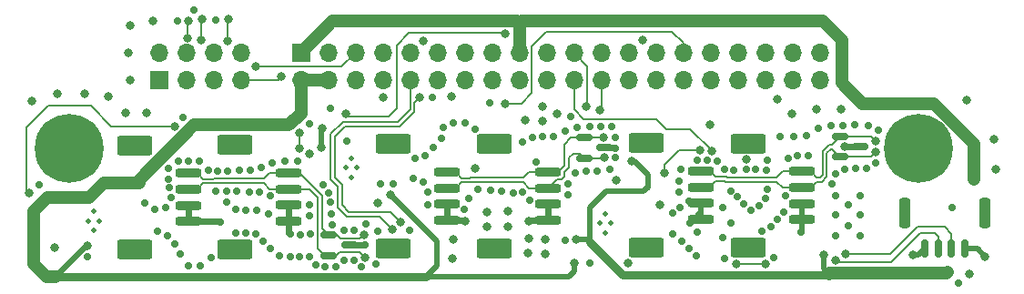
<source format=gbr>
%TF.GenerationSoftware,KiCad,Pcbnew,7.0.8*%
%TF.CreationDate,2024-02-06T22:23:07+01:00*%
%TF.ProjectId,HatV3,48617456-332e-46b6-9963-61645f706362,V2*%
%TF.SameCoordinates,Original*%
%TF.FileFunction,Copper,L4,Bot*%
%TF.FilePolarity,Positive*%
%FSLAX46Y46*%
G04 Gerber Fmt 4.6, Leading zero omitted, Abs format (unit mm)*
G04 Created by KiCad (PCBNEW 7.0.8) date 2024-02-06 22:23:07*
%MOMM*%
%LPD*%
G01*
G04 APERTURE LIST*
G04 Aperture macros list*
%AMRoundRect*
0 Rectangle with rounded corners*
0 $1 Rounding radius*
0 $2 $3 $4 $5 $6 $7 $8 $9 X,Y pos of 4 corners*
0 Add a 4 corners polygon primitive as box body*
4,1,4,$2,$3,$4,$5,$6,$7,$8,$9,$2,$3,0*
0 Add four circle primitives for the rounded corners*
1,1,$1+$1,$2,$3*
1,1,$1+$1,$4,$5*
1,1,$1+$1,$6,$7*
1,1,$1+$1,$8,$9*
0 Add four rect primitives between the rounded corners*
20,1,$1+$1,$2,$3,$4,$5,0*
20,1,$1+$1,$4,$5,$6,$7,0*
20,1,$1+$1,$6,$7,$8,$9,0*
20,1,$1+$1,$8,$9,$2,$3,0*%
G04 Aperture macros list end*
%TA.AperFunction,ComponentPad*%
%ADD10R,1.700000X1.700000*%
%TD*%
%TA.AperFunction,ComponentPad*%
%ADD11O,1.700000X1.700000*%
%TD*%
%TA.AperFunction,ComponentPad*%
%ADD12C,0.500000*%
%TD*%
%TA.AperFunction,ComponentPad*%
%ADD13C,0.800000*%
%TD*%
%TA.AperFunction,ComponentPad*%
%ADD14C,6.400000*%
%TD*%
%TA.AperFunction,SMDPad,CuDef*%
%ADD15RoundRect,0.150000X-0.587500X-0.150000X0.587500X-0.150000X0.587500X0.150000X-0.587500X0.150000X0*%
%TD*%
%TA.AperFunction,SMDPad,CuDef*%
%ADD16RoundRect,0.200000X-1.000000X0.200000X-1.000000X-0.200000X1.000000X-0.200000X1.000000X0.200000X0*%
%TD*%
%TA.AperFunction,SMDPad,CuDef*%
%ADD17RoundRect,0.250000X-1.400000X0.650000X-1.400000X-0.650000X1.400000X-0.650000X1.400000X0.650000X0*%
%TD*%
%TA.AperFunction,SMDPad,CuDef*%
%ADD18RoundRect,0.150000X0.150000X0.700000X-0.150000X0.700000X-0.150000X-0.700000X0.150000X-0.700000X0*%
%TD*%
%TA.AperFunction,SMDPad,CuDef*%
%ADD19RoundRect,0.250000X0.250000X1.150000X-0.250000X1.150000X-0.250000X-1.150000X0.250000X-1.150000X0*%
%TD*%
%TA.AperFunction,ViaPad*%
%ADD20C,0.800000*%
%TD*%
%TA.AperFunction,ViaPad*%
%ADD21C,0.700000*%
%TD*%
%TA.AperFunction,Conductor*%
%ADD22C,0.500000*%
%TD*%
%TA.AperFunction,Conductor*%
%ADD23C,1.200000*%
%TD*%
%TA.AperFunction,Conductor*%
%ADD24C,0.800000*%
%TD*%
%TA.AperFunction,Conductor*%
%ADD25C,0.600000*%
%TD*%
%TA.AperFunction,Conductor*%
%ADD26C,0.200000*%
%TD*%
G04 APERTURE END LIST*
D10*
%TO.P,J5,1,Pin_1*%
%TO.N,+3V3*%
X126970438Y-95045962D03*
D11*
%TO.P,J5,2,Pin_2*%
%TO.N,+5V*%
X126970438Y-97585962D03*
%TO.P,J5,3,Pin_3*%
%TO.N,/I2C_GP5_DAT*%
X129510438Y-95045962D03*
%TO.P,J5,4,Pin_4*%
%TO.N,+5V*%
X129510438Y-97585962D03*
%TO.P,J5,5,Pin_5*%
%TO.N,/I2C_GP5_CLK*%
X132050438Y-95045962D03*
%TO.P,J5,6,Pin_6*%
%TO.N,GND*%
X132050438Y-97585962D03*
%TO.P,J5,7,Pin_7*%
%TO.N,/MCLK05*%
X134590438Y-95045962D03*
%TO.P,J5,8,Pin_8*%
%TO.N,/UART1_TX*%
X134590438Y-97585962D03*
%TO.P,J5,9,Pin_9*%
%TO.N,GND*%
X137130438Y-95045962D03*
%TO.P,J5,10,Pin_10*%
%TO.N,/UART1_RX*%
X137130438Y-97585962D03*
%TO.P,J5,11,Pin_11*%
%TO.N,/UART1_RTS*%
X139670438Y-95045962D03*
%TO.P,J5,12,Pin_12*%
%TO.N,/I2S2_CLK*%
X139670438Y-97585962D03*
%TO.P,J5,13,Pin_13*%
%TO.N,/PWM01*%
X142210438Y-95045962D03*
%TO.P,J5,14,Pin_14*%
%TO.N,GND*%
X142210438Y-97585962D03*
%TO.P,J5,15,Pin_15*%
%TO.N,/GPIO27_PWM2*%
X144750438Y-95045962D03*
%TO.P,J5,16,Pin_16*%
%TO.N,/GPIO8_AO_DMIC_IN_DAT*%
X144750438Y-97585962D03*
%TO.P,J5,17,Pin_17*%
%TO.N,+3V3*%
X147290438Y-95045962D03*
%TO.P,J5,18,Pin_18*%
%TO.N,/GPIO35_PWM3*%
X147290438Y-97585962D03*
%TO.P,J5,19,Pin_19*%
%TO.N,/SPI1_MOSI*%
X149830438Y-95045962D03*
%TO.P,J5,20,Pin_20*%
%TO.N,GND*%
X149830438Y-97585962D03*
%TO.P,J5,21,Pin_21*%
%TO.N,/SPI1_MISO*%
X152370438Y-95045962D03*
%TO.P,J5,22,Pin_22*%
%TO.N,/GPIO17_40HEADER*%
X152370438Y-97585962D03*
%TO.P,J5,23,Pin_23*%
%TO.N,/SPI1_SCK*%
X154910438Y-95045962D03*
%TO.P,J5,24,Pin_24*%
%TO.N,/SPI1_CS0*%
X154910438Y-97585962D03*
%TO.P,J5,25,Pin_25*%
%TO.N,GND*%
X157450438Y-95045962D03*
%TO.P,J5,26,Pin_26*%
%TO.N,/SPI1_CS1*%
X157450438Y-97585962D03*
%TO.P,J5,27,Pin_27*%
%TO.N,/I2C_GP2_DAT*%
X159990438Y-95045962D03*
%TO.P,J5,28,Pin_28*%
%TO.N,/I2C_GP2_CLK*%
X159990438Y-97585962D03*
%TO.P,J5,29,Pin_29*%
%TO.N,/CAN0_DIN*%
X162530438Y-95045962D03*
%TO.P,J5,30,Pin_30*%
%TO.N,GND*%
X162530438Y-97585962D03*
%TO.P,J5,31,Pin_31*%
%TO.N,/CAN0_DOUT*%
X165070438Y-95045962D03*
%TO.P,J5,32,Pin_32*%
%TO.N,/GPIO9_CAN1_GPIO0_DMIC_CLK*%
X165070438Y-97585962D03*
%TO.P,J5,33,Pin_33*%
%TO.N,/CAN1_DOUT*%
X167610438Y-95045962D03*
%TO.P,J5,34,Pin_34*%
%TO.N,GND*%
X167610438Y-97585962D03*
%TO.P,J5,35,Pin_35*%
%TO.N,/I2S_FS*%
X170150438Y-95045962D03*
%TO.P,J5,36,Pin_36*%
%TO.N,/UART1_CTS*%
X170150438Y-97585962D03*
%TO.P,J5,37,Pin_37*%
%TO.N,/CAN1_DIN*%
X172690438Y-95045962D03*
%TO.P,J5,38,Pin_38*%
%TO.N,/I2S_SDIN*%
X172690438Y-97585962D03*
%TO.P,J5,39,Pin_39*%
%TO.N,GND*%
X175230438Y-95045962D03*
%TO.P,J5,40,Pin_40*%
%TO.N,/I2S_SDOUT*%
X175230438Y-97585962D03*
%TD*%
D12*
%TO.P,U1,9,PAD*%
%TO.N,GND*%
X107226422Y-110681222D03*
X107726422Y-109781222D03*
X107726422Y-111581222D03*
X108226422Y-110681222D03*
%TD*%
%TO.P,U7,9,PAD*%
%TO.N,GND*%
X154803978Y-110903578D03*
X155303978Y-110003578D03*
X155303978Y-111803578D03*
X155803978Y-110903578D03*
%TD*%
D13*
%TO.P,H1,1*%
%TO.N,N/C*%
X102980438Y-103923800D03*
X103683382Y-102226744D03*
X103683382Y-105620856D03*
X105380438Y-101523800D03*
D14*
X105380438Y-103923800D03*
D13*
X105380438Y-106323800D03*
X107077494Y-102226744D03*
X107077494Y-105620856D03*
X107780438Y-103923800D03*
%TD*%
D12*
%TO.P,U3,9,PAD*%
%TO.N,GND*%
X131160022Y-105755022D03*
X131660022Y-104855022D03*
X131660022Y-106655022D03*
X132160022Y-105755022D03*
%TD*%
D13*
%TO.P,H2,1*%
%TO.N,N/C*%
X181979438Y-103935962D03*
X182682382Y-102238906D03*
X182682382Y-105633018D03*
X184379438Y-101535962D03*
D14*
X184379438Y-103935962D03*
D13*
X184379438Y-106335962D03*
X186076494Y-102238906D03*
X186076494Y-105633018D03*
X186779438Y-103935962D03*
%TD*%
D15*
%TO.P,U8,1,K1*%
%TO.N,/CAN BUS SPI/CHS-*%
X177134178Y-104735178D03*
%TO.P,U8,2,K2*%
%TO.N,/CAN BUS SPI/CHS+*%
X177134178Y-102835178D03*
%TO.P,U8,3,CC*%
%TO.N,GND*%
X179009178Y-103785178D03*
%TD*%
D16*
%TO.P,J8,1,Pin_1*%
%TO.N,/CAN BUS SPI/CHS+*%
X164177978Y-106041578D03*
%TO.P,J8,2,Pin_2*%
%TO.N,/CAN BUS SPI/CHS-*%
X164177978Y-107541578D03*
%TO.P,J8,3,Pin_3*%
%TO.N,GND*%
X164177978Y-109041578D03*
%TO.P,J8,4,Pin_4*%
X164177978Y-110541578D03*
D17*
%TO.P,J8,MP*%
%TO.N,N/C*%
X159127978Y-103441578D03*
X159127978Y-113141578D03*
%TD*%
D16*
%TO.P,J4,1,Pin_1*%
%TO.N,/CAN BUS 1/CH1+*%
X149976400Y-106131800D03*
%TO.P,J4,2,Pin_2*%
%TO.N,/CAN BUS 1/CH1-*%
X149976400Y-107631800D03*
%TO.P,J4,3,Pin_3*%
%TO.N,GND*%
X149976400Y-109131800D03*
%TO.P,J4,4,Pin_4*%
X149976400Y-110631800D03*
D17*
%TO.P,J4,MP*%
%TO.N,N/C*%
X144926400Y-103531800D03*
X144926400Y-113231800D03*
%TD*%
D16*
%TO.P,J3,1,Pin_1*%
%TO.N,/CAN BUS 1/CH1+*%
X140567422Y-106146222D03*
%TO.P,J3,2,Pin_2*%
%TO.N,/CAN BUS 1/CH1-*%
X140567422Y-107646222D03*
%TO.P,J3,3,Pin_3*%
%TO.N,GND*%
X140567422Y-109146222D03*
%TO.P,J3,4,Pin_4*%
X140567422Y-110646222D03*
D17*
%TO.P,J3,MP*%
%TO.N,N/C*%
X135517422Y-103546222D03*
X135517422Y-113246222D03*
%TD*%
D10*
%TO.P,J6,1,Pin_1*%
%TO.N,GND*%
X113818238Y-97585962D03*
D11*
%TO.P,J6,2,Pin_2*%
%TO.N,/I2C_GP5_DAT*%
X113818238Y-95045962D03*
%TO.P,J6,3,Pin_3*%
%TO.N,/I2C_GP5_CLK*%
X116358238Y-97585962D03*
%TO.P,J6,4,Pin_4*%
%TO.N,/PWM01*%
X116358238Y-95045962D03*
%TO.P,J6,5,Pin_5*%
%TO.N,/GPIO27_PWM2*%
X118898238Y-97585962D03*
%TO.P,J6,6,Pin_6*%
%TO.N,/GPIO35_PWM3*%
X118898238Y-95045962D03*
%TO.P,J6,7,Pin_7*%
%TO.N,/GPIO8_AO_DMIC_IN_DAT*%
X121438238Y-97585962D03*
%TO.P,J6,8,Pin_8*%
%TO.N,GND*%
X121438238Y-95045962D03*
%TD*%
D18*
%TO.P,J7,1,Pin_1*%
%TO.N,GND*%
X188747400Y-113272400D03*
%TO.P,J7,2,Pin_2*%
%TO.N,/RS232 to UART/RIN1*%
X187497400Y-113272400D03*
%TO.P,J7,3,Pin_3*%
%TO.N,/RS232 to UART/DOUT1*%
X186247400Y-113272400D03*
%TO.P,J7,4,Pin_4*%
%TO.N,GND*%
X184997400Y-113272400D03*
D19*
%TO.P,J7,MP*%
%TO.N,N/C*%
X190597400Y-109922400D03*
X183147400Y-109922400D03*
%TD*%
D15*
%TO.P,U4,1,K1*%
%TO.N,/CAN BUS 1/CH1-*%
X153314400Y-104846200D03*
%TO.P,U4,2,K2*%
%TO.N,/CAN BUS 1/CH1+*%
X153314400Y-102946200D03*
%TO.P,U4,3,CC*%
%TO.N,GND*%
X155189400Y-103896200D03*
%TD*%
D16*
%TO.P,J9,1,Pin_1*%
%TO.N,/CAN BUS SPI/CHS+*%
X173594578Y-106081378D03*
%TO.P,J9,2,Pin_2*%
%TO.N,/CAN BUS SPI/CHS-*%
X173594578Y-107581378D03*
%TO.P,J9,3,Pin_3*%
%TO.N,GND*%
X173594578Y-109081378D03*
%TO.P,J9,4,Pin_4*%
X173594578Y-110581378D03*
D17*
%TO.P,J9,MP*%
%TO.N,N/C*%
X168544578Y-103481378D03*
X168544578Y-113181378D03*
%TD*%
D15*
%TO.P,U2,1,K1*%
%TO.N,/CAN BUS 0/CH0-*%
X129579822Y-113903022D03*
%TO.P,U2,2,K2*%
%TO.N,/CAN BUS 0/CH0+*%
X129579822Y-112003022D03*
%TO.P,U2,3,CC*%
%TO.N,GND*%
X131454822Y-112953022D03*
%TD*%
D16*
%TO.P,J2,1,Pin_1*%
%TO.N,/CAN BUS 0/CH0+*%
X125852822Y-106222422D03*
%TO.P,J2,2,Pin_2*%
%TO.N,/CAN BUS 0/CH0-*%
X125852822Y-107722422D03*
%TO.P,J2,3,Pin_3*%
%TO.N,GND*%
X125852822Y-109222422D03*
%TO.P,J2,4,Pin_4*%
X125852822Y-110722422D03*
D17*
%TO.P,J2,MP*%
%TO.N,N/C*%
X120802822Y-103622422D03*
X120802822Y-113322422D03*
%TD*%
D16*
%TO.P,J1,1,Pin_1*%
%TO.N,/CAN BUS 0/CH0+*%
X116547022Y-106246822D03*
%TO.P,J1,2,Pin_2*%
%TO.N,/CAN BUS 0/CH0-*%
X116547022Y-107746822D03*
%TO.P,J1,3,Pin_3*%
%TO.N,GND*%
X116547022Y-109246822D03*
%TO.P,J1,4,Pin_4*%
X116547022Y-110746822D03*
D17*
%TO.P,J1,MP*%
%TO.N,N/C*%
X111497022Y-103646822D03*
X111497022Y-113346822D03*
%TD*%
D20*
%TO.N,+5V*%
X135280400Y-108229400D03*
X152425400Y-114597500D03*
X107137200Y-112979200D03*
D21*
%TO.N,GND*%
X143459200Y-107731300D03*
X116535200Y-105105200D03*
D20*
X127787400Y-104419400D03*
X109067600Y-99085400D03*
D21*
X132918200Y-112953800D03*
X162128200Y-106959400D03*
X139217400Y-99212400D03*
D20*
X157361254Y-114597500D03*
D21*
X163068000Y-108864400D03*
X114655600Y-105765600D03*
X142265400Y-101574600D03*
X166395400Y-114198400D03*
X134391400Y-107213400D03*
X129743200Y-108966000D03*
X153847800Y-101904800D03*
X115595400Y-105105200D03*
D20*
X147828000Y-101295200D03*
D21*
X180441600Y-105308400D03*
X129768600Y-110007400D03*
X119202200Y-106070400D03*
X175107600Y-102082600D03*
X128346200Y-114757200D03*
X171907200Y-109829600D03*
X122809000Y-111912400D03*
X167563800Y-108458000D03*
D20*
X149453600Y-100076000D03*
D21*
X118338600Y-105968800D03*
X177368200Y-101803200D03*
X124155200Y-108371922D03*
X113614200Y-111683800D03*
X168173400Y-109067600D03*
X177876200Y-109194600D03*
D20*
X111048800Y-97561400D03*
D21*
X102641400Y-107340400D03*
X166928800Y-107899200D03*
D20*
X171297600Y-99364800D03*
D21*
X176301400Y-101828600D03*
X132609926Y-114943815D03*
X152044400Y-100990400D03*
X143154400Y-102158800D03*
D20*
X134086600Y-109000303D03*
D21*
X127787400Y-114020600D03*
X115468400Y-92100400D03*
X127787400Y-101625400D03*
X163093400Y-113233200D03*
X124968000Y-113919000D03*
X116484400Y-114833400D03*
D20*
X191465200Y-103124000D03*
D21*
X124307600Y-105257600D03*
X130962400Y-111556800D03*
X178587400Y-105841800D03*
X163195000Y-110871000D03*
D20*
X189128400Y-115595400D03*
D21*
X151815800Y-107238800D03*
X151587200Y-102362000D03*
D20*
X149656800Y-113741200D03*
D21*
X113334800Y-109575600D03*
D20*
X140995400Y-99085400D03*
D21*
X170357478Y-105079800D03*
X147599400Y-103327200D03*
X176326800Y-107264200D03*
X119024400Y-91973400D03*
X173177200Y-104648000D03*
X131902200Y-114325400D03*
X172059600Y-108381800D03*
X114376200Y-109448600D03*
X142595600Y-108585000D03*
X138506200Y-104622600D03*
X134137400Y-111658400D03*
X176682400Y-106349800D03*
X121031000Y-107950000D03*
X153822400Y-114579400D03*
D20*
X172643800Y-100761800D03*
D21*
X179019200Y-110159800D03*
X114630200Y-106781600D03*
D20*
X142265400Y-110693200D03*
D21*
X137058400Y-111531400D03*
X127787400Y-110185200D03*
X140055600Y-103047800D03*
X125476000Y-105130600D03*
D20*
X158724600Y-93827600D03*
X144297400Y-109829600D03*
D21*
X114858800Y-108534200D03*
X170662600Y-111201200D03*
X121818400Y-111785400D03*
X114528600Y-112090200D03*
X131216400Y-103301800D03*
X177546000Y-105867200D03*
X173964600Y-102793800D03*
X173507400Y-111734600D03*
X142189200Y-109601000D03*
D20*
X191592200Y-105918000D03*
D21*
X119024400Y-107950000D03*
X147574000Y-108026200D03*
D20*
X177190400Y-100279200D03*
D21*
X129007814Y-107290522D03*
X176733200Y-108356400D03*
X126644400Y-105156000D03*
X120904000Y-109626400D03*
X166344600Y-105867200D03*
D20*
X148082000Y-113665000D03*
D21*
X126949200Y-111963200D03*
X166243000Y-112268000D03*
D20*
X112623600Y-100660200D03*
D21*
X130962400Y-114325400D03*
D20*
X160324800Y-109169200D03*
X110896400Y-95046800D03*
X168402000Y-104980878D03*
D21*
X120065800Y-108915200D03*
X152679400Y-102006400D03*
X148818600Y-105181400D03*
X130200400Y-114960400D03*
D20*
X177571400Y-103809800D03*
D21*
X138785600Y-108026200D03*
X139242800Y-103886000D03*
X165735000Y-105130600D03*
X144551400Y-99720400D03*
X117627400Y-114884200D03*
X188112400Y-116484400D03*
X162179000Y-107975400D03*
X174167800Y-104622600D03*
D20*
X113233200Y-92100400D03*
D21*
X137566400Y-104876600D03*
X155702000Y-105867200D03*
D20*
X148132800Y-110744000D03*
D21*
X156210000Y-104775000D03*
X126009400Y-111937800D03*
D20*
X106832400Y-98882200D03*
D21*
X166192200Y-109448600D03*
D20*
X101955600Y-99517200D03*
D21*
X176682400Y-110159800D03*
D20*
X174955200Y-100304600D03*
D21*
X138328400Y-107086400D03*
X161544000Y-109956600D03*
X133934200Y-114681000D03*
X148285200Y-108762800D03*
X137439400Y-106756200D03*
X156210000Y-103911400D03*
X148488400Y-102895400D03*
X114706400Y-107619800D03*
X107137200Y-114020600D03*
X170357478Y-107746800D03*
X131953000Y-111582200D03*
X169849800Y-111683800D03*
X166928800Y-110921800D03*
X169291000Y-105918000D03*
X123291600Y-105740200D03*
X121234200Y-105994200D03*
X177850800Y-111150400D03*
X120167400Y-106019600D03*
X178993800Y-112064800D03*
X163855400Y-111709200D03*
X115773200Y-113766600D03*
X168859200Y-109728000D03*
D20*
X150774400Y-100736400D03*
X190627000Y-114020600D03*
D21*
X122301000Y-105968800D03*
D20*
X141097000Y-114173000D03*
D21*
X123113800Y-107975400D03*
X168376600Y-105867200D03*
X135534400Y-107213400D03*
X118592600Y-114096800D03*
X163830000Y-105079800D03*
X164795200Y-105054400D03*
D20*
X144297400Y-111252000D03*
D21*
X176733200Y-112090200D03*
D20*
X104317800Y-98882200D03*
D21*
X150495000Y-102819200D03*
X171297600Y-110540800D03*
X172262800Y-104876600D03*
X116006543Y-101020543D03*
D20*
X183921400Y-113868200D03*
D21*
X122885200Y-109728000D03*
X151841200Y-108254800D03*
X141173200Y-101549200D03*
X180695600Y-102285800D03*
X179603400Y-105841800D03*
X127889000Y-111937800D03*
X129692400Y-100228400D03*
X178511200Y-101777800D03*
X121869200Y-109702600D03*
X146735800Y-108051600D03*
X153466800Y-106045000D03*
X124129800Y-113284000D03*
X156210000Y-102920800D03*
X122148600Y-107975400D03*
D20*
X149656800Y-112369600D03*
D21*
X152450800Y-106248200D03*
X155879800Y-101930200D03*
D20*
X156286200Y-106883200D03*
D21*
X126009400Y-114020600D03*
X123418600Y-112598200D03*
X170307000Y-105968800D03*
D20*
X148132800Y-112318800D03*
X110667800Y-100634800D03*
D21*
X145643600Y-107924600D03*
X162229800Y-109448600D03*
D20*
X104038400Y-113131600D03*
D21*
X138811000Y-109220000D03*
X116992400Y-91084400D03*
D20*
X141122400Y-112369600D03*
D21*
X169595800Y-109245400D03*
D20*
X111074200Y-92532200D03*
D21*
X167259000Y-105943400D03*
X154838400Y-101904800D03*
X163982400Y-110134400D03*
D20*
X188899800Y-99466400D03*
D21*
X127762000Y-109220000D03*
D20*
X134594600Y-99212400D03*
X138328400Y-93980000D03*
D21*
X123977400Y-110058200D03*
X120065800Y-107924600D03*
X161518600Y-111937800D03*
X170967400Y-114071400D03*
X187528200Y-109423200D03*
X144576800Y-107873800D03*
X162356800Y-112547400D03*
X170205400Y-108585000D03*
X179019200Y-108356400D03*
X151587200Y-112486000D03*
X126847600Y-114020600D03*
X120929400Y-111785400D03*
D20*
X146253200Y-109778800D03*
D21*
X119481600Y-110769400D03*
X129870200Y-111048800D03*
D20*
X165023800Y-101727000D03*
D21*
X117500400Y-105156000D03*
X163728400Y-113919000D03*
X149479000Y-102819200D03*
X154533600Y-106019600D03*
D20*
X149453600Y-101422200D03*
D21*
X115239800Y-112852200D03*
X179781200Y-101803200D03*
X133045200Y-110947200D03*
D20*
X146202400Y-111226600D03*
D21*
X112445800Y-109042200D03*
X162280600Y-105892600D03*
X129235200Y-114960400D03*
X140233400Y-101955600D03*
X129565400Y-108077000D03*
X172821600Y-102819200D03*
X171526200Y-102819200D03*
D20*
X143154400Y-105841800D03*
%TO.N,+3V3*%
X185929396Y-115571396D03*
X189585600Y-105562400D03*
X152577800Y-112445800D03*
X157708600Y-105130600D03*
X175590200Y-113842800D03*
X189585600Y-106807000D03*
X128905000Y-103880700D03*
X128930400Y-102081700D03*
X187121800Y-115493800D03*
%TO.N,/I2C_GP5_CLK*%
X122809000Y-96342200D03*
%TO.N,/UART1_TX*%
X137972800Y-99237800D03*
X136271000Y-110820200D03*
%TO.N,/UART1_RX*%
X135458200Y-111455200D03*
%TO.N,/PWM01*%
X116509800Y-92100400D03*
X116382800Y-93726000D03*
%TO.N,/GPIO27_PWM2*%
X117729000Y-93853000D03*
X117805200Y-91926500D03*
%TO.N,/GPIO8_AO_DMIC_IN_DAT*%
X125171200Y-97282000D03*
%TO.N,/GPIO35_PWM3*%
X120142000Y-93980000D03*
X120272110Y-91926500D03*
%TO.N,/SPI1_MISO*%
X153466800Y-100025200D03*
%TO.N,/GPIO17_40HEADER*%
X165160393Y-104177936D03*
%TO.N,/SPI1_CS0*%
X154787600Y-100419900D03*
%TO.N,/CAN0_DIN*%
X145999200Y-99771200D03*
X101650800Y-108102400D03*
X115229452Y-101869052D03*
%TO.N,/CAN0_DOUT*%
X131114800Y-100711000D03*
X126873000Y-103962200D03*
X126873000Y-102463600D03*
X145999200Y-93299900D03*
%TO.N,/CAN1_DIN*%
X170197927Y-114712516D03*
X167436800Y-114680878D03*
%TO.N,/RS232 to UART/RIN1*%
X177673000Y-113792000D03*
%TO.N,/RS232 to UART/DOUT1*%
X176682400Y-114325400D03*
%TO.N,/CAN BUS SPI/CHS-*%
X180448393Y-104271185D03*
%TO.N,/CAN BUS SPI/CHS+*%
X180448393Y-103271185D03*
%TO.N,/CAN BUS SPI/RDX_SPI*%
X160756600Y-106248200D03*
X164109400Y-104089200D03*
%TO.N,/CAN BUS 0/CH0+*%
X132856422Y-111952222D03*
%TO.N,/CAN BUS 0/CH0-*%
X132958022Y-114060422D03*
%TO.N,/CAN BUS 1/CH1+*%
X155143200Y-102946200D03*
%TO.N,/CAN BUS 1/CH1-*%
X155168600Y-104795700D03*
%TD*%
D22*
%TO.N,+5V*%
X107047229Y-112979200D02*
X104175600Y-115850829D01*
D23*
X126970438Y-100715162D02*
X126970438Y-97585962D01*
X111915097Y-107162600D02*
X111915097Y-106879757D01*
X104175600Y-115910400D02*
X103337400Y-115910400D01*
D22*
X152425400Y-114597500D02*
X152425400Y-115392200D01*
X139649200Y-114884200D02*
X138623000Y-115910400D01*
X139649200Y-112598200D02*
X139649200Y-114884200D01*
D23*
X125861743Y-101777800D02*
X126375943Y-101263600D01*
X103337400Y-115910400D02*
X102082600Y-114655600D01*
D22*
X151917400Y-115900200D02*
X138633200Y-115900200D01*
X152425400Y-115392200D02*
X151917400Y-115900200D01*
D24*
X138623000Y-115910400D02*
X104175600Y-115910400D01*
D23*
X126970438Y-97585962D02*
X129510438Y-97585962D01*
X107272386Y-108483400D02*
X108593186Y-107162600D01*
D22*
X138633200Y-115900200D02*
X138623000Y-115910400D01*
D23*
X111915097Y-106879757D02*
X117017054Y-101777800D01*
X126422000Y-101263600D02*
X126970438Y-100715162D01*
D22*
X104175600Y-115850829D02*
X104175600Y-115910400D01*
X107137200Y-112979200D02*
X107047229Y-112979200D01*
D23*
X102082600Y-109804200D02*
X103403400Y-108483400D01*
D22*
X135280400Y-108229400D02*
X139649200Y-112598200D01*
D23*
X108593186Y-107162600D02*
X111915097Y-107162600D01*
X126375943Y-101263600D02*
X126422000Y-101263600D01*
X103403400Y-108483400D02*
X107272386Y-108483400D01*
X102082600Y-114655600D02*
X102082600Y-109804200D01*
X117017054Y-101777800D02*
X125861743Y-101777800D01*
D25*
%TO.N,GND*%
X179009178Y-103785178D02*
X177596022Y-103785178D01*
D22*
X173594578Y-110581378D02*
X173594578Y-111647422D01*
D25*
X142218422Y-110646222D02*
X142265400Y-110693200D01*
D22*
X173594578Y-111647422D02*
X173507400Y-111734600D01*
D25*
X155189400Y-103896200D02*
X156194800Y-103896200D01*
X177596022Y-103785178D02*
X177571400Y-103809800D01*
X149976400Y-110631800D02*
X148245000Y-110631800D01*
X140567422Y-109146222D02*
X140567422Y-110646222D01*
X116547022Y-110746822D02*
X119459022Y-110746822D01*
D22*
X164177978Y-110329978D02*
X163982400Y-110134400D01*
D25*
X119459022Y-110746822D02*
X119481600Y-110769400D01*
X156194800Y-103896200D02*
X156210000Y-103911400D01*
X131454822Y-112953022D02*
X132917422Y-112953022D01*
X125852822Y-110722422D02*
X125852822Y-111781222D01*
X149976400Y-109131800D02*
X149976400Y-110631800D01*
X125852822Y-111781222D02*
X126009400Y-111937800D01*
D22*
X188747400Y-113272400D02*
X189878800Y-113272400D01*
D25*
X125852822Y-109222422D02*
X125852822Y-110722422D01*
X116547022Y-109246822D02*
X116547022Y-110746822D01*
D22*
X164177978Y-110541578D02*
X164177978Y-110329978D01*
X183921400Y-113868200D02*
X184401600Y-113868200D01*
X164177978Y-109041578D02*
X164177978Y-110541578D01*
D25*
X140567422Y-110646222D02*
X142218422Y-110646222D01*
D22*
X189878800Y-113272400D02*
X190627000Y-114020600D01*
D25*
X148245000Y-110631800D02*
X148132800Y-110744000D01*
X132917422Y-112953022D02*
X132918200Y-112953800D01*
D22*
X184401600Y-113868200D02*
X184997400Y-113272400D01*
X173594578Y-109081378D02*
X173594578Y-110581378D01*
%TO.N,+3V3*%
X159105600Y-107696000D02*
X159258000Y-107543600D01*
X157708600Y-105130600D02*
X158013400Y-105130600D01*
D23*
X177292000Y-97866200D02*
X179197000Y-99771200D01*
X177292000Y-93853000D02*
X177292000Y-97866200D01*
X189585600Y-105562400D02*
X189585600Y-106807000D01*
D22*
X153822400Y-109448600D02*
X155346400Y-107924600D01*
X175590200Y-115112800D02*
X176098200Y-115620800D01*
D23*
X147070600Y-92100400D02*
X147294600Y-92324400D01*
D22*
X128905000Y-102107100D02*
X128930400Y-102081700D01*
D23*
X189585600Y-103485268D02*
X189585600Y-105562400D01*
X175539400Y-92100400D02*
X177292000Y-93853000D01*
D22*
X155346400Y-107924600D02*
X158877000Y-107924600D01*
D24*
X156911316Y-115712516D02*
X153822400Y-112623600D01*
D23*
X147294600Y-92324400D02*
X147518600Y-92100400D01*
D22*
X128905000Y-103880700D02*
X128905000Y-102107100D01*
X153644600Y-112445800D02*
X153822400Y-112623600D01*
X152577800Y-112445800D02*
X153644600Y-112445800D01*
D23*
X185871532Y-99771200D02*
X189585600Y-103485268D01*
D22*
X153822400Y-112623600D02*
X153822400Y-109448600D01*
X158013400Y-105130600D02*
X159258000Y-106375200D01*
X159258000Y-107543600D02*
X159258000Y-106375200D01*
D23*
X179197000Y-99771200D02*
X185871532Y-99771200D01*
D22*
X175590200Y-113842800D02*
X175590200Y-115112800D01*
D23*
X187045600Y-115570000D02*
X176149000Y-115570000D01*
D24*
X176006484Y-115712516D02*
X156911316Y-115712516D01*
D23*
X147518600Y-92100400D02*
X175539400Y-92100400D01*
X176149000Y-115570000D02*
X176098200Y-115620800D01*
X187121800Y-115493800D02*
X187045600Y-115570000D01*
X147290438Y-95045962D02*
X147290438Y-92328562D01*
D22*
X158877000Y-107924600D02*
X159105600Y-107696000D01*
D23*
X147290438Y-92328562D02*
X147294600Y-92324400D01*
D24*
X176006484Y-115712516D02*
X176098200Y-115620800D01*
D23*
X126970438Y-95045962D02*
X129916000Y-92100400D01*
X129916000Y-92100400D02*
X147070600Y-92100400D01*
D26*
%TO.N,/I2C_GP5_CLK*%
X122809000Y-96342200D02*
X130754200Y-96342200D01*
X130754200Y-96342200D02*
X132050438Y-95045962D01*
%TO.N,/UART1_TX*%
X131445000Y-109829600D02*
X130793200Y-109177800D01*
X131038600Y-101930200D02*
X136144000Y-101930200D01*
X130793200Y-107316714D02*
X130149600Y-106673114D01*
X137541000Y-99669600D02*
X137972800Y-99237800D01*
X130149600Y-106673114D02*
X130149600Y-102819200D01*
X137541000Y-100533200D02*
X137541000Y-99669600D01*
X130793200Y-107492800D02*
X130793200Y-107316714D01*
X136144000Y-101930200D02*
X137541000Y-100533200D01*
X130793200Y-109177800D02*
X130793200Y-107492800D01*
X135280400Y-109829600D02*
X131445000Y-109829600D01*
X130149600Y-102819200D02*
X131038600Y-101930200D01*
X136271000Y-110820200D02*
X135280400Y-109829600D01*
%TO.N,/UART1_RX*%
X135966200Y-101473000D02*
X137130438Y-100308762D01*
X130393200Y-107482400D02*
X129743200Y-106832400D01*
X130352800Y-109423200D02*
X130393200Y-109382800D01*
X130393200Y-109382800D02*
X130393200Y-107482400D01*
X137130438Y-100308762D02*
X137130438Y-97585962D01*
X134300200Y-110297200D02*
X131226800Y-110297200D01*
X131226800Y-110297200D02*
X130352800Y-109423200D01*
X135458200Y-111455200D02*
X134300200Y-110297200D01*
X129743200Y-106832400D02*
X129743200Y-102616000D01*
X129743200Y-102616000D02*
X130886200Y-101473000D01*
X130886200Y-101473000D02*
X135966200Y-101473000D01*
%TO.N,/PWM01*%
X116509800Y-92100400D02*
X116382800Y-92227400D01*
X116382800Y-92227400D02*
X116382800Y-93726000D01*
%TO.N,/GPIO27_PWM2*%
X117805200Y-91926500D02*
X117729000Y-92002700D01*
X117729000Y-92002700D02*
X117729000Y-93853000D01*
%TO.N,/GPIO8_AO_DMIC_IN_DAT*%
X121438238Y-97585962D02*
X124867238Y-97585962D01*
X124867238Y-97585962D02*
X125171200Y-97282000D01*
%TO.N,/GPIO35_PWM3*%
X120142000Y-92056610D02*
X120272110Y-91926500D01*
X120142000Y-93980000D02*
X120142000Y-92056610D01*
%TO.N,/SPI1_MISO*%
X153619200Y-99872800D02*
X153619200Y-96294724D01*
X153466800Y-100025200D02*
X153619200Y-99872800D01*
X153619200Y-96294724D02*
X152370438Y-95045962D01*
%TO.N,/GPIO17_40HEADER*%
X160985200Y-102184200D02*
X160020000Y-101219000D01*
X165160393Y-104150243D02*
X163194350Y-102184200D01*
X160020000Y-101219000D02*
X153289000Y-101219000D01*
X152370438Y-100300438D02*
X152370438Y-97585962D01*
X153289000Y-101219000D02*
X152370438Y-100300438D01*
X165160393Y-104177936D02*
X165160393Y-104150243D01*
X163194350Y-102184200D02*
X160985200Y-102184200D01*
%TO.N,/SPI1_CS0*%
X154910438Y-100297062D02*
X154910438Y-97585962D01*
X154787600Y-100419900D02*
X154910438Y-100297062D01*
%TO.N,/CAN0_DIN*%
X162530438Y-94153638D02*
X161467800Y-93091000D01*
X101422200Y-107873800D02*
X101650800Y-108102400D01*
X109336652Y-101869052D02*
X107467400Y-99999800D01*
X107467400Y-99999800D02*
X103428800Y-99999800D01*
X149783800Y-93091000D02*
X148440438Y-94434362D01*
X148440438Y-98803162D02*
X147472400Y-99771200D01*
X103428800Y-99999800D02*
X101422200Y-102006400D01*
X101422200Y-102006400D02*
X101422200Y-107873800D01*
X161467800Y-93091000D02*
X149783800Y-93091000D01*
X162530438Y-95045962D02*
X162530438Y-94153638D01*
X115229452Y-101869052D02*
X109336652Y-101869052D01*
X147472400Y-99771200D02*
X145999200Y-99771200D01*
X148440438Y-94434362D02*
X148440438Y-98803162D01*
%TO.N,/CAN0_DOUT*%
X126873000Y-103962200D02*
X126873000Y-102463600D01*
X137026600Y-93224400D02*
X135864600Y-94386400D01*
X135864600Y-100253800D02*
X135102600Y-101015800D01*
X135864600Y-94386400D02*
X135864600Y-100253800D01*
X131419600Y-101015800D02*
X131114800Y-100711000D01*
X145999200Y-93299900D02*
X145923700Y-93224400D01*
X145923700Y-93224400D02*
X137026600Y-93224400D01*
X135102600Y-101015800D02*
X131419600Y-101015800D01*
%TO.N,/CAN1_DIN*%
X170166289Y-114680878D02*
X167436800Y-114680878D01*
X170197927Y-114712516D02*
X170166289Y-114680878D01*
%TO.N,/RS232 to UART/RIN1*%
X186842400Y-111226600D02*
X187497400Y-111881600D01*
X187497400Y-111881600D02*
X187497400Y-113272400D01*
X177673000Y-113792000D02*
X181787800Y-113792000D01*
X184353200Y-111226600D02*
X186842400Y-111226600D01*
X181787800Y-113792000D02*
X184353200Y-111226600D01*
%TO.N,/RS232 to UART/DOUT1*%
X176682400Y-114325400D02*
X176885600Y-114528600D01*
X181838600Y-114528600D02*
X184556400Y-111810800D01*
X185928000Y-111810800D02*
X186247400Y-112130200D01*
X186247400Y-112130200D02*
X186247400Y-113272400D01*
X184556400Y-111810800D02*
X185928000Y-111810800D01*
X176885600Y-114528600D02*
X181838600Y-114528600D01*
%TO.N,/CAN BUS SPI/CHS-*%
X174394578Y-107581378D02*
X173594578Y-107581378D01*
X175394666Y-107031378D02*
X174944578Y-107031378D01*
X174944578Y-107031378D02*
X174394578Y-107581378D01*
X171244577Y-107031378D02*
X166445528Y-107031378D01*
X179984400Y-104735178D02*
X180448393Y-104271185D01*
X177134178Y-104735178D02*
X176384178Y-103985178D01*
X165527978Y-106991578D02*
X164977978Y-107541578D01*
X177134178Y-104735178D02*
X179984400Y-104735178D01*
X176246721Y-103985178D02*
X175891800Y-104340099D01*
X173594578Y-107581378D02*
X171794577Y-107581378D01*
X175891800Y-104340099D02*
X175891800Y-106534244D01*
X166445528Y-107031378D02*
X166405728Y-106991578D01*
X171794577Y-107581378D02*
X171244577Y-107031378D01*
X176384178Y-103985178D02*
X176246721Y-103985178D01*
X164977978Y-107541578D02*
X164177978Y-107541578D01*
X166405728Y-106991578D02*
X165527978Y-106991578D01*
X175891800Y-106534244D02*
X175394666Y-107031378D01*
%TO.N,/CAN BUS SPI/CHS+*%
X176081033Y-103585178D02*
X175491800Y-104174411D01*
X177134178Y-102835178D02*
X180012386Y-102835178D01*
X171244577Y-106631378D02*
X166598600Y-106631378D01*
X165527978Y-106591578D02*
X164977978Y-106041578D01*
X180012386Y-102835178D02*
X180448393Y-103271185D01*
X174944578Y-106631378D02*
X174394578Y-106081378D01*
X177134178Y-102835178D02*
X176384178Y-103585178D01*
X173594578Y-106081378D02*
X171794577Y-106081378D01*
X174394578Y-106081378D02*
X173594578Y-106081378D01*
X166558800Y-106591578D02*
X165527978Y-106591578D01*
X166598600Y-106631378D02*
X166558800Y-106591578D01*
X171794577Y-106081378D02*
X171244577Y-106631378D01*
X175228978Y-106631378D02*
X174944578Y-106631378D01*
X176384178Y-103585178D02*
X176081033Y-103585178D01*
X175491800Y-104174411D02*
X175491800Y-106368556D01*
X175491800Y-106368556D02*
X175228978Y-106631378D01*
X164977978Y-106041578D02*
X164177978Y-106041578D01*
%TO.N,/CAN BUS SPI/RDX_SPI*%
X164109400Y-104089200D02*
X162102800Y-104089200D01*
X162102800Y-104089200D02*
X160756600Y-105435400D01*
X160756600Y-105435400D02*
X160756600Y-106248200D01*
%TO.N,/CAN BUS 0/CH0+*%
X124052821Y-106222422D02*
X123502821Y-106772422D01*
X132455622Y-112353022D02*
X130680926Y-112353022D01*
X130680926Y-112353022D02*
X130330926Y-112003022D01*
X128942322Y-108368322D02*
X126796422Y-106222422D01*
X117897022Y-106796822D02*
X117347022Y-106246822D01*
X126796422Y-106222422D02*
X125852822Y-106222422D01*
X132856422Y-111952222D02*
X132455622Y-112353022D01*
X129579822Y-112003022D02*
X128942322Y-111365522D01*
X123502821Y-106772422D02*
X118860350Y-106772422D01*
X117347022Y-106246822D02*
X116547022Y-106246822D01*
X118835950Y-106796822D02*
X117897022Y-106796822D01*
X118860350Y-106772422D02*
X118835950Y-106796822D01*
X125852822Y-106222422D02*
X124052821Y-106222422D01*
X130330926Y-112003022D02*
X129579822Y-112003022D01*
X128942322Y-111365522D02*
X128942322Y-108368322D01*
%TO.N,/CAN BUS 0/CH0-*%
X127730736Y-107722422D02*
X125852822Y-107722422D01*
X125852822Y-107722422D02*
X124052821Y-107722422D01*
X129219222Y-113903022D02*
X128542322Y-113226122D01*
X132958022Y-114060422D02*
X132450622Y-113553022D01*
X124052821Y-107722422D02*
X123502821Y-107172422D01*
X123502821Y-107172422D02*
X119013422Y-107172422D01*
X130595222Y-113553022D02*
X130245222Y-113903022D01*
X128542322Y-108534008D02*
X127730736Y-107722422D01*
X130245222Y-113903022D02*
X129579822Y-113903022D01*
X129579822Y-113903022D02*
X129219222Y-113903022D01*
X117347022Y-107746822D02*
X116547022Y-107746822D01*
X132450622Y-113553022D02*
X130595222Y-113553022D01*
X117897022Y-107196822D02*
X117347022Y-107746822D01*
X118989022Y-107196822D02*
X117897022Y-107196822D01*
X119013422Y-107172422D02*
X118989022Y-107196822D01*
X128542322Y-113226122D02*
X128542322Y-108534008D01*
%TO.N,/CAN BUS 1/CH1+*%
X142696528Y-106681800D02*
X142682106Y-106696222D01*
X151463400Y-105579114D02*
X150910714Y-106131800D01*
X152095200Y-102946200D02*
X151463400Y-103578000D01*
X141917422Y-106696222D02*
X141367422Y-106146222D01*
X141367422Y-106146222D02*
X140567422Y-106146222D01*
X148176399Y-106131800D02*
X147626399Y-106681800D01*
X153314400Y-102946200D02*
X152095200Y-102946200D01*
X150910714Y-106131800D02*
X149976400Y-106131800D01*
X149976400Y-106131800D02*
X148176399Y-106131800D01*
X147626399Y-106681800D02*
X142696528Y-106681800D01*
X151463400Y-103578000D02*
X151463400Y-105579114D01*
X142682106Y-106696222D02*
X141917422Y-106696222D01*
X155143200Y-102946200D02*
X153314400Y-102946200D01*
%TO.N,/CAN BUS 1/CH1-*%
X152887600Y-104419400D02*
X152323800Y-104419400D01*
X142849600Y-107081800D02*
X142835178Y-107096222D01*
X152323800Y-104419400D02*
X151917400Y-104825800D01*
X150776400Y-106831800D02*
X149976400Y-107631800D01*
X141367422Y-107646222D02*
X140567422Y-107646222D01*
X141917422Y-107096222D02*
X141367422Y-107646222D01*
X142835178Y-107096222D02*
X141917422Y-107096222D01*
X151183506Y-106831800D02*
X150776400Y-106831800D01*
X147626399Y-107081800D02*
X142849600Y-107081800D01*
X148176399Y-107631800D02*
X147626399Y-107081800D01*
X151476400Y-106131800D02*
X151476400Y-106538906D01*
X151917400Y-104825800D02*
X151917400Y-105690800D01*
X151476400Y-106538906D02*
X151183506Y-106831800D01*
X155168600Y-104795700D02*
X155118100Y-104846200D01*
X151917400Y-105690800D02*
X151476400Y-106131800D01*
X153314400Y-104846200D02*
X152887600Y-104419400D01*
X155118100Y-104846200D02*
X153314400Y-104846200D01*
X149976400Y-107631800D02*
X148176399Y-107631800D01*
%TD*%
M02*

</source>
